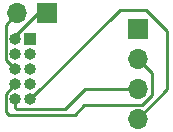
<source format=gbr>
G04 #@! TF.GenerationSoftware,KiCad,Pcbnew,(5.0.2-5-10.14)*
G04 #@! TF.CreationDate,2019-03-07T11:44:03+01:00*
G04 #@! TF.ProjectId,jtag-swd,6a746167-2d73-4776-942e-6b696361645f,rev?*
G04 #@! TF.SameCoordinates,Original*
G04 #@! TF.FileFunction,Copper,L1,Top*
G04 #@! TF.FilePolarity,Positive*
%FSLAX46Y46*%
G04 Gerber Fmt 4.6, Leading zero omitted, Abs format (unit mm)*
G04 Created by KiCad (PCBNEW (5.0.2-5-10.14)) date 2019 March 07, Thursday 11:44:03*
%MOMM*%
%LPD*%
G01*
G04 APERTURE LIST*
G04 #@! TA.AperFunction,ComponentPad*
%ADD10R,1.700000X1.700000*%
G04 #@! TD*
G04 #@! TA.AperFunction,ComponentPad*
%ADD11O,1.700000X1.700000*%
G04 #@! TD*
G04 #@! TA.AperFunction,ComponentPad*
%ADD12R,1.000000X1.000000*%
G04 #@! TD*
G04 #@! TA.AperFunction,ComponentPad*
%ADD13O,1.000000X1.000000*%
G04 #@! TD*
G04 #@! TA.AperFunction,Conductor*
%ADD14C,0.250000*%
G04 #@! TD*
G04 APERTURE END LIST*
D10*
G04 #@! TO.P,J2,1*
G04 #@! TO.N,GND*
X85200000Y-44700000D03*
D11*
G04 #@! TO.P,J2,2*
G04 #@! TO.N,/SWCLK*
X85200000Y-47240000D03*
G04 #@! TO.P,J2,3*
G04 #@! TO.N,/SWDIO*
X85200000Y-49780000D03*
G04 #@! TO.P,J2,4*
G04 #@! TO.N,+3V3*
X85200000Y-52320000D03*
G04 #@! TD*
D12*
G04 #@! TO.P,J1,9*
G04 #@! TO.N,GND*
X76100000Y-45600000D03*
D13*
G04 #@! TO.P,J1,10*
G04 #@! TO.N,/RESET*
X74830000Y-45600000D03*
G04 #@! TO.P,J1,7*
G04 #@! TO.N,N/C*
X76100000Y-46870000D03*
G04 #@! TO.P,J1,8*
X74830000Y-46870000D03*
G04 #@! TO.P,J1,5*
G04 #@! TO.N,GND*
X76100000Y-48140000D03*
G04 #@! TO.P,J1,6*
G04 #@! TO.N,/SWO*
X74830000Y-48140000D03*
G04 #@! TO.P,J1,3*
G04 #@! TO.N,GND*
X76100000Y-49410000D03*
G04 #@! TO.P,J1,4*
G04 #@! TO.N,/SWCLK*
X74830000Y-49410000D03*
G04 #@! TO.P,J1,1*
G04 #@! TO.N,+3V3*
X76100000Y-50680000D03*
G04 #@! TO.P,J1,2*
G04 #@! TO.N,/SWDIO*
X74830000Y-50680000D03*
G04 #@! TD*
D10*
G04 #@! TO.P,J3,1*
G04 #@! TO.N,/RESET*
X77500000Y-43400000D03*
D11*
G04 #@! TO.P,J3,2*
G04 #@! TO.N,/SWO*
X74960000Y-43400000D03*
G04 #@! TD*
D14*
G04 #@! TO.N,+3V3*
X76100000Y-50680000D02*
X83680000Y-43100000D01*
X85885002Y-43100000D02*
X87700000Y-44914998D01*
X83680000Y-43100000D02*
X85885002Y-43100000D01*
X87700000Y-49820000D02*
X85200000Y-52320000D01*
X87700000Y-44914998D02*
X87700000Y-49820000D01*
G04 #@! TO.N,/SWDIO*
X74947895Y-51505001D02*
X78994999Y-51505001D01*
X74830000Y-51387106D02*
X74947895Y-51505001D01*
X74830000Y-50680000D02*
X74830000Y-51387106D01*
X80720000Y-49780000D02*
X85200000Y-49780000D01*
X78994999Y-51505001D02*
X80720000Y-49780000D01*
G04 #@! TO.N,/SWCLK*
X74004999Y-50235001D02*
X74004999Y-51704999D01*
X74830000Y-49410000D02*
X74004999Y-50235001D01*
X74255011Y-51955011D02*
X79844989Y-51955011D01*
X74004999Y-51704999D02*
X74255011Y-51955011D01*
X86375001Y-48415001D02*
X86049999Y-48089999D01*
X86375001Y-50344001D02*
X86375001Y-48415001D01*
X86049999Y-48089999D02*
X85200000Y-47240000D01*
X85574003Y-51144999D02*
X86375001Y-50344001D01*
X80655001Y-51144999D02*
X85574003Y-51144999D01*
X79844989Y-51955011D02*
X80655001Y-51144999D01*
G04 #@! TO.N,/RESET*
X76714998Y-43400000D02*
X77500000Y-43400000D01*
X74830000Y-45284998D02*
X76714998Y-43400000D01*
X74830000Y-45600000D02*
X74830000Y-45284998D01*
G04 #@! TO.N,/SWO*
X74004999Y-47314999D02*
X74830000Y-48140000D01*
X74004999Y-44355001D02*
X74004999Y-47314999D01*
X74960000Y-43400000D02*
X74004999Y-44355001D01*
G04 #@! TD*
M02*

</source>
